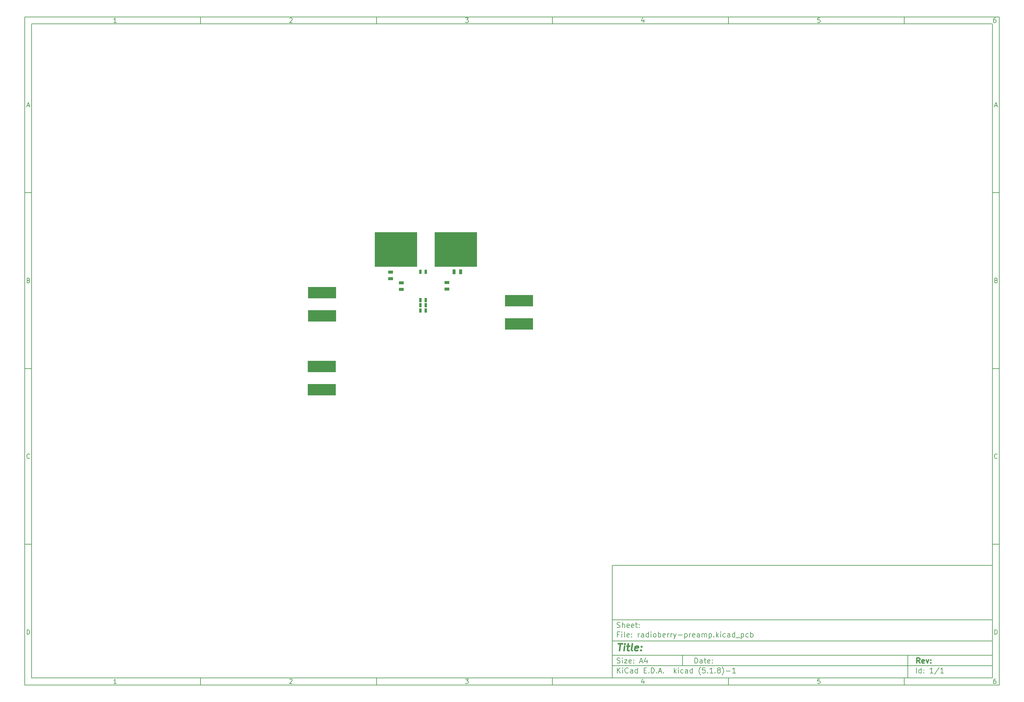
<source format=gbp>
%TF.GenerationSoftware,KiCad,Pcbnew,(5.1.8)-1*%
%TF.CreationDate,2020-12-20T16:15:32+01:00*%
%TF.ProjectId,radioberry-preamp,72616469-6f62-4657-9272-792d70726561,rev?*%
%TF.SameCoordinates,Original*%
%TF.FileFunction,Paste,Bot*%
%TF.FilePolarity,Positive*%
%FSLAX46Y46*%
G04 Gerber Fmt 4.6, Leading zero omitted, Abs format (unit mm)*
G04 Created by KiCad (PCBNEW (5.1.8)-1) date 2020-12-20 16:15:32*
%MOMM*%
%LPD*%
G01*
G04 APERTURE LIST*
%ADD10C,0.100000*%
%ADD11C,0.150000*%
%ADD12C,0.300000*%
%ADD13C,0.400000*%
%ADD14R,8.000000X3.300000*%
%ADD15R,1.397000X0.889000*%
%ADD16R,12.000000X9.900000*%
%ADD17R,0.889000X1.397000*%
%ADD18R,0.635000X1.143000*%
G04 APERTURE END LIST*
D10*
D11*
X177002200Y-166007200D02*
X177002200Y-198007200D01*
X285002200Y-198007200D01*
X285002200Y-166007200D01*
X177002200Y-166007200D01*
D10*
D11*
X10000000Y-10000000D02*
X10000000Y-200007200D01*
X287002200Y-200007200D01*
X287002200Y-10000000D01*
X10000000Y-10000000D01*
D10*
D11*
X12000000Y-12000000D02*
X12000000Y-198007200D01*
X285002200Y-198007200D01*
X285002200Y-12000000D01*
X12000000Y-12000000D01*
D10*
D11*
X60000000Y-12000000D02*
X60000000Y-10000000D01*
D10*
D11*
X110000000Y-12000000D02*
X110000000Y-10000000D01*
D10*
D11*
X160000000Y-12000000D02*
X160000000Y-10000000D01*
D10*
D11*
X210000000Y-12000000D02*
X210000000Y-10000000D01*
D10*
D11*
X260000000Y-12000000D02*
X260000000Y-10000000D01*
D10*
D11*
X36065476Y-11588095D02*
X35322619Y-11588095D01*
X35694047Y-11588095D02*
X35694047Y-10288095D01*
X35570238Y-10473809D01*
X35446428Y-10597619D01*
X35322619Y-10659523D01*
D10*
D11*
X85322619Y-10411904D02*
X85384523Y-10350000D01*
X85508333Y-10288095D01*
X85817857Y-10288095D01*
X85941666Y-10350000D01*
X86003571Y-10411904D01*
X86065476Y-10535714D01*
X86065476Y-10659523D01*
X86003571Y-10845238D01*
X85260714Y-11588095D01*
X86065476Y-11588095D01*
D10*
D11*
X135260714Y-10288095D02*
X136065476Y-10288095D01*
X135632142Y-10783333D01*
X135817857Y-10783333D01*
X135941666Y-10845238D01*
X136003571Y-10907142D01*
X136065476Y-11030952D01*
X136065476Y-11340476D01*
X136003571Y-11464285D01*
X135941666Y-11526190D01*
X135817857Y-11588095D01*
X135446428Y-11588095D01*
X135322619Y-11526190D01*
X135260714Y-11464285D01*
D10*
D11*
X185941666Y-10721428D02*
X185941666Y-11588095D01*
X185632142Y-10226190D02*
X185322619Y-11154761D01*
X186127380Y-11154761D01*
D10*
D11*
X236003571Y-10288095D02*
X235384523Y-10288095D01*
X235322619Y-10907142D01*
X235384523Y-10845238D01*
X235508333Y-10783333D01*
X235817857Y-10783333D01*
X235941666Y-10845238D01*
X236003571Y-10907142D01*
X236065476Y-11030952D01*
X236065476Y-11340476D01*
X236003571Y-11464285D01*
X235941666Y-11526190D01*
X235817857Y-11588095D01*
X235508333Y-11588095D01*
X235384523Y-11526190D01*
X235322619Y-11464285D01*
D10*
D11*
X285941666Y-10288095D02*
X285694047Y-10288095D01*
X285570238Y-10350000D01*
X285508333Y-10411904D01*
X285384523Y-10597619D01*
X285322619Y-10845238D01*
X285322619Y-11340476D01*
X285384523Y-11464285D01*
X285446428Y-11526190D01*
X285570238Y-11588095D01*
X285817857Y-11588095D01*
X285941666Y-11526190D01*
X286003571Y-11464285D01*
X286065476Y-11340476D01*
X286065476Y-11030952D01*
X286003571Y-10907142D01*
X285941666Y-10845238D01*
X285817857Y-10783333D01*
X285570238Y-10783333D01*
X285446428Y-10845238D01*
X285384523Y-10907142D01*
X285322619Y-11030952D01*
D10*
D11*
X60000000Y-198007200D02*
X60000000Y-200007200D01*
D10*
D11*
X110000000Y-198007200D02*
X110000000Y-200007200D01*
D10*
D11*
X160000000Y-198007200D02*
X160000000Y-200007200D01*
D10*
D11*
X210000000Y-198007200D02*
X210000000Y-200007200D01*
D10*
D11*
X260000000Y-198007200D02*
X260000000Y-200007200D01*
D10*
D11*
X36065476Y-199595295D02*
X35322619Y-199595295D01*
X35694047Y-199595295D02*
X35694047Y-198295295D01*
X35570238Y-198481009D01*
X35446428Y-198604819D01*
X35322619Y-198666723D01*
D10*
D11*
X85322619Y-198419104D02*
X85384523Y-198357200D01*
X85508333Y-198295295D01*
X85817857Y-198295295D01*
X85941666Y-198357200D01*
X86003571Y-198419104D01*
X86065476Y-198542914D01*
X86065476Y-198666723D01*
X86003571Y-198852438D01*
X85260714Y-199595295D01*
X86065476Y-199595295D01*
D10*
D11*
X135260714Y-198295295D02*
X136065476Y-198295295D01*
X135632142Y-198790533D01*
X135817857Y-198790533D01*
X135941666Y-198852438D01*
X136003571Y-198914342D01*
X136065476Y-199038152D01*
X136065476Y-199347676D01*
X136003571Y-199471485D01*
X135941666Y-199533390D01*
X135817857Y-199595295D01*
X135446428Y-199595295D01*
X135322619Y-199533390D01*
X135260714Y-199471485D01*
D10*
D11*
X185941666Y-198728628D02*
X185941666Y-199595295D01*
X185632142Y-198233390D02*
X185322619Y-199161961D01*
X186127380Y-199161961D01*
D10*
D11*
X236003571Y-198295295D02*
X235384523Y-198295295D01*
X235322619Y-198914342D01*
X235384523Y-198852438D01*
X235508333Y-198790533D01*
X235817857Y-198790533D01*
X235941666Y-198852438D01*
X236003571Y-198914342D01*
X236065476Y-199038152D01*
X236065476Y-199347676D01*
X236003571Y-199471485D01*
X235941666Y-199533390D01*
X235817857Y-199595295D01*
X235508333Y-199595295D01*
X235384523Y-199533390D01*
X235322619Y-199471485D01*
D10*
D11*
X285941666Y-198295295D02*
X285694047Y-198295295D01*
X285570238Y-198357200D01*
X285508333Y-198419104D01*
X285384523Y-198604819D01*
X285322619Y-198852438D01*
X285322619Y-199347676D01*
X285384523Y-199471485D01*
X285446428Y-199533390D01*
X285570238Y-199595295D01*
X285817857Y-199595295D01*
X285941666Y-199533390D01*
X286003571Y-199471485D01*
X286065476Y-199347676D01*
X286065476Y-199038152D01*
X286003571Y-198914342D01*
X285941666Y-198852438D01*
X285817857Y-198790533D01*
X285570238Y-198790533D01*
X285446428Y-198852438D01*
X285384523Y-198914342D01*
X285322619Y-199038152D01*
D10*
D11*
X10000000Y-60000000D02*
X12000000Y-60000000D01*
D10*
D11*
X10000000Y-110000000D02*
X12000000Y-110000000D01*
D10*
D11*
X10000000Y-160000000D02*
X12000000Y-160000000D01*
D10*
D11*
X10690476Y-35216666D02*
X11309523Y-35216666D01*
X10566666Y-35588095D02*
X11000000Y-34288095D01*
X11433333Y-35588095D01*
D10*
D11*
X11092857Y-84907142D02*
X11278571Y-84969047D01*
X11340476Y-85030952D01*
X11402380Y-85154761D01*
X11402380Y-85340476D01*
X11340476Y-85464285D01*
X11278571Y-85526190D01*
X11154761Y-85588095D01*
X10659523Y-85588095D01*
X10659523Y-84288095D01*
X11092857Y-84288095D01*
X11216666Y-84350000D01*
X11278571Y-84411904D01*
X11340476Y-84535714D01*
X11340476Y-84659523D01*
X11278571Y-84783333D01*
X11216666Y-84845238D01*
X11092857Y-84907142D01*
X10659523Y-84907142D01*
D10*
D11*
X11402380Y-135464285D02*
X11340476Y-135526190D01*
X11154761Y-135588095D01*
X11030952Y-135588095D01*
X10845238Y-135526190D01*
X10721428Y-135402380D01*
X10659523Y-135278571D01*
X10597619Y-135030952D01*
X10597619Y-134845238D01*
X10659523Y-134597619D01*
X10721428Y-134473809D01*
X10845238Y-134350000D01*
X11030952Y-134288095D01*
X11154761Y-134288095D01*
X11340476Y-134350000D01*
X11402380Y-134411904D01*
D10*
D11*
X10659523Y-185588095D02*
X10659523Y-184288095D01*
X10969047Y-184288095D01*
X11154761Y-184350000D01*
X11278571Y-184473809D01*
X11340476Y-184597619D01*
X11402380Y-184845238D01*
X11402380Y-185030952D01*
X11340476Y-185278571D01*
X11278571Y-185402380D01*
X11154761Y-185526190D01*
X10969047Y-185588095D01*
X10659523Y-185588095D01*
D10*
D11*
X287002200Y-60000000D02*
X285002200Y-60000000D01*
D10*
D11*
X287002200Y-110000000D02*
X285002200Y-110000000D01*
D10*
D11*
X287002200Y-160000000D02*
X285002200Y-160000000D01*
D10*
D11*
X285692676Y-35216666D02*
X286311723Y-35216666D01*
X285568866Y-35588095D02*
X286002200Y-34288095D01*
X286435533Y-35588095D01*
D10*
D11*
X286095057Y-84907142D02*
X286280771Y-84969047D01*
X286342676Y-85030952D01*
X286404580Y-85154761D01*
X286404580Y-85340476D01*
X286342676Y-85464285D01*
X286280771Y-85526190D01*
X286156961Y-85588095D01*
X285661723Y-85588095D01*
X285661723Y-84288095D01*
X286095057Y-84288095D01*
X286218866Y-84350000D01*
X286280771Y-84411904D01*
X286342676Y-84535714D01*
X286342676Y-84659523D01*
X286280771Y-84783333D01*
X286218866Y-84845238D01*
X286095057Y-84907142D01*
X285661723Y-84907142D01*
D10*
D11*
X286404580Y-135464285D02*
X286342676Y-135526190D01*
X286156961Y-135588095D01*
X286033152Y-135588095D01*
X285847438Y-135526190D01*
X285723628Y-135402380D01*
X285661723Y-135278571D01*
X285599819Y-135030952D01*
X285599819Y-134845238D01*
X285661723Y-134597619D01*
X285723628Y-134473809D01*
X285847438Y-134350000D01*
X286033152Y-134288095D01*
X286156961Y-134288095D01*
X286342676Y-134350000D01*
X286404580Y-134411904D01*
D10*
D11*
X285661723Y-185588095D02*
X285661723Y-184288095D01*
X285971247Y-184288095D01*
X286156961Y-184350000D01*
X286280771Y-184473809D01*
X286342676Y-184597619D01*
X286404580Y-184845238D01*
X286404580Y-185030952D01*
X286342676Y-185278571D01*
X286280771Y-185402380D01*
X286156961Y-185526190D01*
X285971247Y-185588095D01*
X285661723Y-185588095D01*
D10*
D11*
X200434342Y-193785771D02*
X200434342Y-192285771D01*
X200791485Y-192285771D01*
X201005771Y-192357200D01*
X201148628Y-192500057D01*
X201220057Y-192642914D01*
X201291485Y-192928628D01*
X201291485Y-193142914D01*
X201220057Y-193428628D01*
X201148628Y-193571485D01*
X201005771Y-193714342D01*
X200791485Y-193785771D01*
X200434342Y-193785771D01*
X202577200Y-193785771D02*
X202577200Y-193000057D01*
X202505771Y-192857200D01*
X202362914Y-192785771D01*
X202077200Y-192785771D01*
X201934342Y-192857200D01*
X202577200Y-193714342D02*
X202434342Y-193785771D01*
X202077200Y-193785771D01*
X201934342Y-193714342D01*
X201862914Y-193571485D01*
X201862914Y-193428628D01*
X201934342Y-193285771D01*
X202077200Y-193214342D01*
X202434342Y-193214342D01*
X202577200Y-193142914D01*
X203077200Y-192785771D02*
X203648628Y-192785771D01*
X203291485Y-192285771D02*
X203291485Y-193571485D01*
X203362914Y-193714342D01*
X203505771Y-193785771D01*
X203648628Y-193785771D01*
X204720057Y-193714342D02*
X204577200Y-193785771D01*
X204291485Y-193785771D01*
X204148628Y-193714342D01*
X204077200Y-193571485D01*
X204077200Y-193000057D01*
X204148628Y-192857200D01*
X204291485Y-192785771D01*
X204577200Y-192785771D01*
X204720057Y-192857200D01*
X204791485Y-193000057D01*
X204791485Y-193142914D01*
X204077200Y-193285771D01*
X205434342Y-193642914D02*
X205505771Y-193714342D01*
X205434342Y-193785771D01*
X205362914Y-193714342D01*
X205434342Y-193642914D01*
X205434342Y-193785771D01*
X205434342Y-192857200D02*
X205505771Y-192928628D01*
X205434342Y-193000057D01*
X205362914Y-192928628D01*
X205434342Y-192857200D01*
X205434342Y-193000057D01*
D10*
D11*
X177002200Y-194507200D02*
X285002200Y-194507200D01*
D10*
D11*
X178434342Y-196585771D02*
X178434342Y-195085771D01*
X179291485Y-196585771D02*
X178648628Y-195728628D01*
X179291485Y-195085771D02*
X178434342Y-195942914D01*
X179934342Y-196585771D02*
X179934342Y-195585771D01*
X179934342Y-195085771D02*
X179862914Y-195157200D01*
X179934342Y-195228628D01*
X180005771Y-195157200D01*
X179934342Y-195085771D01*
X179934342Y-195228628D01*
X181505771Y-196442914D02*
X181434342Y-196514342D01*
X181220057Y-196585771D01*
X181077200Y-196585771D01*
X180862914Y-196514342D01*
X180720057Y-196371485D01*
X180648628Y-196228628D01*
X180577200Y-195942914D01*
X180577200Y-195728628D01*
X180648628Y-195442914D01*
X180720057Y-195300057D01*
X180862914Y-195157200D01*
X181077200Y-195085771D01*
X181220057Y-195085771D01*
X181434342Y-195157200D01*
X181505771Y-195228628D01*
X182791485Y-196585771D02*
X182791485Y-195800057D01*
X182720057Y-195657200D01*
X182577200Y-195585771D01*
X182291485Y-195585771D01*
X182148628Y-195657200D01*
X182791485Y-196514342D02*
X182648628Y-196585771D01*
X182291485Y-196585771D01*
X182148628Y-196514342D01*
X182077200Y-196371485D01*
X182077200Y-196228628D01*
X182148628Y-196085771D01*
X182291485Y-196014342D01*
X182648628Y-196014342D01*
X182791485Y-195942914D01*
X184148628Y-196585771D02*
X184148628Y-195085771D01*
X184148628Y-196514342D02*
X184005771Y-196585771D01*
X183720057Y-196585771D01*
X183577200Y-196514342D01*
X183505771Y-196442914D01*
X183434342Y-196300057D01*
X183434342Y-195871485D01*
X183505771Y-195728628D01*
X183577200Y-195657200D01*
X183720057Y-195585771D01*
X184005771Y-195585771D01*
X184148628Y-195657200D01*
X186005771Y-195800057D02*
X186505771Y-195800057D01*
X186720057Y-196585771D02*
X186005771Y-196585771D01*
X186005771Y-195085771D01*
X186720057Y-195085771D01*
X187362914Y-196442914D02*
X187434342Y-196514342D01*
X187362914Y-196585771D01*
X187291485Y-196514342D01*
X187362914Y-196442914D01*
X187362914Y-196585771D01*
X188077200Y-196585771D02*
X188077200Y-195085771D01*
X188434342Y-195085771D01*
X188648628Y-195157200D01*
X188791485Y-195300057D01*
X188862914Y-195442914D01*
X188934342Y-195728628D01*
X188934342Y-195942914D01*
X188862914Y-196228628D01*
X188791485Y-196371485D01*
X188648628Y-196514342D01*
X188434342Y-196585771D01*
X188077200Y-196585771D01*
X189577200Y-196442914D02*
X189648628Y-196514342D01*
X189577200Y-196585771D01*
X189505771Y-196514342D01*
X189577200Y-196442914D01*
X189577200Y-196585771D01*
X190220057Y-196157200D02*
X190934342Y-196157200D01*
X190077200Y-196585771D02*
X190577200Y-195085771D01*
X191077200Y-196585771D01*
X191577200Y-196442914D02*
X191648628Y-196514342D01*
X191577200Y-196585771D01*
X191505771Y-196514342D01*
X191577200Y-196442914D01*
X191577200Y-196585771D01*
X194577200Y-196585771D02*
X194577200Y-195085771D01*
X194720057Y-196014342D02*
X195148628Y-196585771D01*
X195148628Y-195585771D02*
X194577200Y-196157200D01*
X195791485Y-196585771D02*
X195791485Y-195585771D01*
X195791485Y-195085771D02*
X195720057Y-195157200D01*
X195791485Y-195228628D01*
X195862914Y-195157200D01*
X195791485Y-195085771D01*
X195791485Y-195228628D01*
X197148628Y-196514342D02*
X197005771Y-196585771D01*
X196720057Y-196585771D01*
X196577200Y-196514342D01*
X196505771Y-196442914D01*
X196434342Y-196300057D01*
X196434342Y-195871485D01*
X196505771Y-195728628D01*
X196577200Y-195657200D01*
X196720057Y-195585771D01*
X197005771Y-195585771D01*
X197148628Y-195657200D01*
X198434342Y-196585771D02*
X198434342Y-195800057D01*
X198362914Y-195657200D01*
X198220057Y-195585771D01*
X197934342Y-195585771D01*
X197791485Y-195657200D01*
X198434342Y-196514342D02*
X198291485Y-196585771D01*
X197934342Y-196585771D01*
X197791485Y-196514342D01*
X197720057Y-196371485D01*
X197720057Y-196228628D01*
X197791485Y-196085771D01*
X197934342Y-196014342D01*
X198291485Y-196014342D01*
X198434342Y-195942914D01*
X199791485Y-196585771D02*
X199791485Y-195085771D01*
X199791485Y-196514342D02*
X199648628Y-196585771D01*
X199362914Y-196585771D01*
X199220057Y-196514342D01*
X199148628Y-196442914D01*
X199077200Y-196300057D01*
X199077200Y-195871485D01*
X199148628Y-195728628D01*
X199220057Y-195657200D01*
X199362914Y-195585771D01*
X199648628Y-195585771D01*
X199791485Y-195657200D01*
X202077200Y-197157200D02*
X202005771Y-197085771D01*
X201862914Y-196871485D01*
X201791485Y-196728628D01*
X201720057Y-196514342D01*
X201648628Y-196157200D01*
X201648628Y-195871485D01*
X201720057Y-195514342D01*
X201791485Y-195300057D01*
X201862914Y-195157200D01*
X202005771Y-194942914D01*
X202077200Y-194871485D01*
X203362914Y-195085771D02*
X202648628Y-195085771D01*
X202577200Y-195800057D01*
X202648628Y-195728628D01*
X202791485Y-195657200D01*
X203148628Y-195657200D01*
X203291485Y-195728628D01*
X203362914Y-195800057D01*
X203434342Y-195942914D01*
X203434342Y-196300057D01*
X203362914Y-196442914D01*
X203291485Y-196514342D01*
X203148628Y-196585771D01*
X202791485Y-196585771D01*
X202648628Y-196514342D01*
X202577200Y-196442914D01*
X204077200Y-196442914D02*
X204148628Y-196514342D01*
X204077200Y-196585771D01*
X204005771Y-196514342D01*
X204077200Y-196442914D01*
X204077200Y-196585771D01*
X205577200Y-196585771D02*
X204720057Y-196585771D01*
X205148628Y-196585771D02*
X205148628Y-195085771D01*
X205005771Y-195300057D01*
X204862914Y-195442914D01*
X204720057Y-195514342D01*
X206220057Y-196442914D02*
X206291485Y-196514342D01*
X206220057Y-196585771D01*
X206148628Y-196514342D01*
X206220057Y-196442914D01*
X206220057Y-196585771D01*
X207148628Y-195728628D02*
X207005771Y-195657200D01*
X206934342Y-195585771D01*
X206862914Y-195442914D01*
X206862914Y-195371485D01*
X206934342Y-195228628D01*
X207005771Y-195157200D01*
X207148628Y-195085771D01*
X207434342Y-195085771D01*
X207577200Y-195157200D01*
X207648628Y-195228628D01*
X207720057Y-195371485D01*
X207720057Y-195442914D01*
X207648628Y-195585771D01*
X207577200Y-195657200D01*
X207434342Y-195728628D01*
X207148628Y-195728628D01*
X207005771Y-195800057D01*
X206934342Y-195871485D01*
X206862914Y-196014342D01*
X206862914Y-196300057D01*
X206934342Y-196442914D01*
X207005771Y-196514342D01*
X207148628Y-196585771D01*
X207434342Y-196585771D01*
X207577200Y-196514342D01*
X207648628Y-196442914D01*
X207720057Y-196300057D01*
X207720057Y-196014342D01*
X207648628Y-195871485D01*
X207577200Y-195800057D01*
X207434342Y-195728628D01*
X208220057Y-197157200D02*
X208291485Y-197085771D01*
X208434342Y-196871485D01*
X208505771Y-196728628D01*
X208577200Y-196514342D01*
X208648628Y-196157200D01*
X208648628Y-195871485D01*
X208577200Y-195514342D01*
X208505771Y-195300057D01*
X208434342Y-195157200D01*
X208291485Y-194942914D01*
X208220057Y-194871485D01*
X209362914Y-196014342D02*
X210505771Y-196014342D01*
X212005771Y-196585771D02*
X211148628Y-196585771D01*
X211577200Y-196585771D02*
X211577200Y-195085771D01*
X211434342Y-195300057D01*
X211291485Y-195442914D01*
X211148628Y-195514342D01*
D10*
D11*
X177002200Y-191507200D02*
X285002200Y-191507200D01*
D10*
D12*
X264411485Y-193785771D02*
X263911485Y-193071485D01*
X263554342Y-193785771D02*
X263554342Y-192285771D01*
X264125771Y-192285771D01*
X264268628Y-192357200D01*
X264340057Y-192428628D01*
X264411485Y-192571485D01*
X264411485Y-192785771D01*
X264340057Y-192928628D01*
X264268628Y-193000057D01*
X264125771Y-193071485D01*
X263554342Y-193071485D01*
X265625771Y-193714342D02*
X265482914Y-193785771D01*
X265197200Y-193785771D01*
X265054342Y-193714342D01*
X264982914Y-193571485D01*
X264982914Y-193000057D01*
X265054342Y-192857200D01*
X265197200Y-192785771D01*
X265482914Y-192785771D01*
X265625771Y-192857200D01*
X265697200Y-193000057D01*
X265697200Y-193142914D01*
X264982914Y-193285771D01*
X266197200Y-192785771D02*
X266554342Y-193785771D01*
X266911485Y-192785771D01*
X267482914Y-193642914D02*
X267554342Y-193714342D01*
X267482914Y-193785771D01*
X267411485Y-193714342D01*
X267482914Y-193642914D01*
X267482914Y-193785771D01*
X267482914Y-192857200D02*
X267554342Y-192928628D01*
X267482914Y-193000057D01*
X267411485Y-192928628D01*
X267482914Y-192857200D01*
X267482914Y-193000057D01*
D10*
D11*
X178362914Y-193714342D02*
X178577200Y-193785771D01*
X178934342Y-193785771D01*
X179077200Y-193714342D01*
X179148628Y-193642914D01*
X179220057Y-193500057D01*
X179220057Y-193357200D01*
X179148628Y-193214342D01*
X179077200Y-193142914D01*
X178934342Y-193071485D01*
X178648628Y-193000057D01*
X178505771Y-192928628D01*
X178434342Y-192857200D01*
X178362914Y-192714342D01*
X178362914Y-192571485D01*
X178434342Y-192428628D01*
X178505771Y-192357200D01*
X178648628Y-192285771D01*
X179005771Y-192285771D01*
X179220057Y-192357200D01*
X179862914Y-193785771D02*
X179862914Y-192785771D01*
X179862914Y-192285771D02*
X179791485Y-192357200D01*
X179862914Y-192428628D01*
X179934342Y-192357200D01*
X179862914Y-192285771D01*
X179862914Y-192428628D01*
X180434342Y-192785771D02*
X181220057Y-192785771D01*
X180434342Y-193785771D01*
X181220057Y-193785771D01*
X182362914Y-193714342D02*
X182220057Y-193785771D01*
X181934342Y-193785771D01*
X181791485Y-193714342D01*
X181720057Y-193571485D01*
X181720057Y-193000057D01*
X181791485Y-192857200D01*
X181934342Y-192785771D01*
X182220057Y-192785771D01*
X182362914Y-192857200D01*
X182434342Y-193000057D01*
X182434342Y-193142914D01*
X181720057Y-193285771D01*
X183077200Y-193642914D02*
X183148628Y-193714342D01*
X183077200Y-193785771D01*
X183005771Y-193714342D01*
X183077200Y-193642914D01*
X183077200Y-193785771D01*
X183077200Y-192857200D02*
X183148628Y-192928628D01*
X183077200Y-193000057D01*
X183005771Y-192928628D01*
X183077200Y-192857200D01*
X183077200Y-193000057D01*
X184862914Y-193357200D02*
X185577200Y-193357200D01*
X184720057Y-193785771D02*
X185220057Y-192285771D01*
X185720057Y-193785771D01*
X186862914Y-192785771D02*
X186862914Y-193785771D01*
X186505771Y-192214342D02*
X186148628Y-193285771D01*
X187077200Y-193285771D01*
D10*
D11*
X263434342Y-196585771D02*
X263434342Y-195085771D01*
X264791485Y-196585771D02*
X264791485Y-195085771D01*
X264791485Y-196514342D02*
X264648628Y-196585771D01*
X264362914Y-196585771D01*
X264220057Y-196514342D01*
X264148628Y-196442914D01*
X264077200Y-196300057D01*
X264077200Y-195871485D01*
X264148628Y-195728628D01*
X264220057Y-195657200D01*
X264362914Y-195585771D01*
X264648628Y-195585771D01*
X264791485Y-195657200D01*
X265505771Y-196442914D02*
X265577200Y-196514342D01*
X265505771Y-196585771D01*
X265434342Y-196514342D01*
X265505771Y-196442914D01*
X265505771Y-196585771D01*
X265505771Y-195657200D02*
X265577200Y-195728628D01*
X265505771Y-195800057D01*
X265434342Y-195728628D01*
X265505771Y-195657200D01*
X265505771Y-195800057D01*
X268148628Y-196585771D02*
X267291485Y-196585771D01*
X267720057Y-196585771D02*
X267720057Y-195085771D01*
X267577200Y-195300057D01*
X267434342Y-195442914D01*
X267291485Y-195514342D01*
X269862914Y-195014342D02*
X268577200Y-196942914D01*
X271148628Y-196585771D02*
X270291485Y-196585771D01*
X270720057Y-196585771D02*
X270720057Y-195085771D01*
X270577200Y-195300057D01*
X270434342Y-195442914D01*
X270291485Y-195514342D01*
D10*
D11*
X177002200Y-187507200D02*
X285002200Y-187507200D01*
D10*
D13*
X178714580Y-188211961D02*
X179857438Y-188211961D01*
X179036009Y-190211961D02*
X179286009Y-188211961D01*
X180274104Y-190211961D02*
X180440771Y-188878628D01*
X180524104Y-188211961D02*
X180416961Y-188307200D01*
X180500295Y-188402438D01*
X180607438Y-188307200D01*
X180524104Y-188211961D01*
X180500295Y-188402438D01*
X181107438Y-188878628D02*
X181869342Y-188878628D01*
X181476485Y-188211961D02*
X181262200Y-189926247D01*
X181333628Y-190116723D01*
X181512200Y-190211961D01*
X181702676Y-190211961D01*
X182655057Y-190211961D02*
X182476485Y-190116723D01*
X182405057Y-189926247D01*
X182619342Y-188211961D01*
X184190771Y-190116723D02*
X183988390Y-190211961D01*
X183607438Y-190211961D01*
X183428866Y-190116723D01*
X183357438Y-189926247D01*
X183452676Y-189164342D01*
X183571723Y-188973866D01*
X183774104Y-188878628D01*
X184155057Y-188878628D01*
X184333628Y-188973866D01*
X184405057Y-189164342D01*
X184381247Y-189354819D01*
X183405057Y-189545295D01*
X185155057Y-190021485D02*
X185238390Y-190116723D01*
X185131247Y-190211961D01*
X185047914Y-190116723D01*
X185155057Y-190021485D01*
X185131247Y-190211961D01*
X185286009Y-188973866D02*
X185369342Y-189069104D01*
X185262200Y-189164342D01*
X185178866Y-189069104D01*
X185286009Y-188973866D01*
X185262200Y-189164342D01*
D10*
D11*
X178934342Y-185600057D02*
X178434342Y-185600057D01*
X178434342Y-186385771D02*
X178434342Y-184885771D01*
X179148628Y-184885771D01*
X179720057Y-186385771D02*
X179720057Y-185385771D01*
X179720057Y-184885771D02*
X179648628Y-184957200D01*
X179720057Y-185028628D01*
X179791485Y-184957200D01*
X179720057Y-184885771D01*
X179720057Y-185028628D01*
X180648628Y-186385771D02*
X180505771Y-186314342D01*
X180434342Y-186171485D01*
X180434342Y-184885771D01*
X181791485Y-186314342D02*
X181648628Y-186385771D01*
X181362914Y-186385771D01*
X181220057Y-186314342D01*
X181148628Y-186171485D01*
X181148628Y-185600057D01*
X181220057Y-185457200D01*
X181362914Y-185385771D01*
X181648628Y-185385771D01*
X181791485Y-185457200D01*
X181862914Y-185600057D01*
X181862914Y-185742914D01*
X181148628Y-185885771D01*
X182505771Y-186242914D02*
X182577200Y-186314342D01*
X182505771Y-186385771D01*
X182434342Y-186314342D01*
X182505771Y-186242914D01*
X182505771Y-186385771D01*
X182505771Y-185457200D02*
X182577200Y-185528628D01*
X182505771Y-185600057D01*
X182434342Y-185528628D01*
X182505771Y-185457200D01*
X182505771Y-185600057D01*
X184362914Y-186385771D02*
X184362914Y-185385771D01*
X184362914Y-185671485D02*
X184434342Y-185528628D01*
X184505771Y-185457200D01*
X184648628Y-185385771D01*
X184791485Y-185385771D01*
X185934342Y-186385771D02*
X185934342Y-185600057D01*
X185862914Y-185457200D01*
X185720057Y-185385771D01*
X185434342Y-185385771D01*
X185291485Y-185457200D01*
X185934342Y-186314342D02*
X185791485Y-186385771D01*
X185434342Y-186385771D01*
X185291485Y-186314342D01*
X185220057Y-186171485D01*
X185220057Y-186028628D01*
X185291485Y-185885771D01*
X185434342Y-185814342D01*
X185791485Y-185814342D01*
X185934342Y-185742914D01*
X187291485Y-186385771D02*
X187291485Y-184885771D01*
X187291485Y-186314342D02*
X187148628Y-186385771D01*
X186862914Y-186385771D01*
X186720057Y-186314342D01*
X186648628Y-186242914D01*
X186577200Y-186100057D01*
X186577200Y-185671485D01*
X186648628Y-185528628D01*
X186720057Y-185457200D01*
X186862914Y-185385771D01*
X187148628Y-185385771D01*
X187291485Y-185457200D01*
X188005771Y-186385771D02*
X188005771Y-185385771D01*
X188005771Y-184885771D02*
X187934342Y-184957200D01*
X188005771Y-185028628D01*
X188077200Y-184957200D01*
X188005771Y-184885771D01*
X188005771Y-185028628D01*
X188934342Y-186385771D02*
X188791485Y-186314342D01*
X188720057Y-186242914D01*
X188648628Y-186100057D01*
X188648628Y-185671485D01*
X188720057Y-185528628D01*
X188791485Y-185457200D01*
X188934342Y-185385771D01*
X189148628Y-185385771D01*
X189291485Y-185457200D01*
X189362914Y-185528628D01*
X189434342Y-185671485D01*
X189434342Y-186100057D01*
X189362914Y-186242914D01*
X189291485Y-186314342D01*
X189148628Y-186385771D01*
X188934342Y-186385771D01*
X190077200Y-186385771D02*
X190077200Y-184885771D01*
X190077200Y-185457200D02*
X190220057Y-185385771D01*
X190505771Y-185385771D01*
X190648628Y-185457200D01*
X190720057Y-185528628D01*
X190791485Y-185671485D01*
X190791485Y-186100057D01*
X190720057Y-186242914D01*
X190648628Y-186314342D01*
X190505771Y-186385771D01*
X190220057Y-186385771D01*
X190077200Y-186314342D01*
X192005771Y-186314342D02*
X191862914Y-186385771D01*
X191577200Y-186385771D01*
X191434342Y-186314342D01*
X191362914Y-186171485D01*
X191362914Y-185600057D01*
X191434342Y-185457200D01*
X191577200Y-185385771D01*
X191862914Y-185385771D01*
X192005771Y-185457200D01*
X192077200Y-185600057D01*
X192077200Y-185742914D01*
X191362914Y-185885771D01*
X192720057Y-186385771D02*
X192720057Y-185385771D01*
X192720057Y-185671485D02*
X192791485Y-185528628D01*
X192862914Y-185457200D01*
X193005771Y-185385771D01*
X193148628Y-185385771D01*
X193648628Y-186385771D02*
X193648628Y-185385771D01*
X193648628Y-185671485D02*
X193720057Y-185528628D01*
X193791485Y-185457200D01*
X193934342Y-185385771D01*
X194077200Y-185385771D01*
X194434342Y-185385771D02*
X194791485Y-186385771D01*
X195148628Y-185385771D02*
X194791485Y-186385771D01*
X194648628Y-186742914D01*
X194577200Y-186814342D01*
X194434342Y-186885771D01*
X195720057Y-185814342D02*
X196862914Y-185814342D01*
X197577200Y-185385771D02*
X197577200Y-186885771D01*
X197577200Y-185457200D02*
X197720057Y-185385771D01*
X198005771Y-185385771D01*
X198148628Y-185457200D01*
X198220057Y-185528628D01*
X198291485Y-185671485D01*
X198291485Y-186100057D01*
X198220057Y-186242914D01*
X198148628Y-186314342D01*
X198005771Y-186385771D01*
X197720057Y-186385771D01*
X197577200Y-186314342D01*
X198934342Y-186385771D02*
X198934342Y-185385771D01*
X198934342Y-185671485D02*
X199005771Y-185528628D01*
X199077200Y-185457200D01*
X199220057Y-185385771D01*
X199362914Y-185385771D01*
X200434342Y-186314342D02*
X200291485Y-186385771D01*
X200005771Y-186385771D01*
X199862914Y-186314342D01*
X199791485Y-186171485D01*
X199791485Y-185600057D01*
X199862914Y-185457200D01*
X200005771Y-185385771D01*
X200291485Y-185385771D01*
X200434342Y-185457200D01*
X200505771Y-185600057D01*
X200505771Y-185742914D01*
X199791485Y-185885771D01*
X201791485Y-186385771D02*
X201791485Y-185600057D01*
X201720057Y-185457200D01*
X201577200Y-185385771D01*
X201291485Y-185385771D01*
X201148628Y-185457200D01*
X201791485Y-186314342D02*
X201648628Y-186385771D01*
X201291485Y-186385771D01*
X201148628Y-186314342D01*
X201077200Y-186171485D01*
X201077200Y-186028628D01*
X201148628Y-185885771D01*
X201291485Y-185814342D01*
X201648628Y-185814342D01*
X201791485Y-185742914D01*
X202505771Y-186385771D02*
X202505771Y-185385771D01*
X202505771Y-185528628D02*
X202577200Y-185457200D01*
X202720057Y-185385771D01*
X202934342Y-185385771D01*
X203077200Y-185457200D01*
X203148628Y-185600057D01*
X203148628Y-186385771D01*
X203148628Y-185600057D02*
X203220057Y-185457200D01*
X203362914Y-185385771D01*
X203577200Y-185385771D01*
X203720057Y-185457200D01*
X203791485Y-185600057D01*
X203791485Y-186385771D01*
X204505771Y-185385771D02*
X204505771Y-186885771D01*
X204505771Y-185457200D02*
X204648628Y-185385771D01*
X204934342Y-185385771D01*
X205077200Y-185457200D01*
X205148628Y-185528628D01*
X205220057Y-185671485D01*
X205220057Y-186100057D01*
X205148628Y-186242914D01*
X205077200Y-186314342D01*
X204934342Y-186385771D01*
X204648628Y-186385771D01*
X204505771Y-186314342D01*
X205862914Y-186242914D02*
X205934342Y-186314342D01*
X205862914Y-186385771D01*
X205791485Y-186314342D01*
X205862914Y-186242914D01*
X205862914Y-186385771D01*
X206577200Y-186385771D02*
X206577200Y-184885771D01*
X206720057Y-185814342D02*
X207148628Y-186385771D01*
X207148628Y-185385771D02*
X206577200Y-185957200D01*
X207791485Y-186385771D02*
X207791485Y-185385771D01*
X207791485Y-184885771D02*
X207720057Y-184957200D01*
X207791485Y-185028628D01*
X207862914Y-184957200D01*
X207791485Y-184885771D01*
X207791485Y-185028628D01*
X209148628Y-186314342D02*
X209005771Y-186385771D01*
X208720057Y-186385771D01*
X208577200Y-186314342D01*
X208505771Y-186242914D01*
X208434342Y-186100057D01*
X208434342Y-185671485D01*
X208505771Y-185528628D01*
X208577200Y-185457200D01*
X208720057Y-185385771D01*
X209005771Y-185385771D01*
X209148628Y-185457200D01*
X210434342Y-186385771D02*
X210434342Y-185600057D01*
X210362914Y-185457200D01*
X210220057Y-185385771D01*
X209934342Y-185385771D01*
X209791485Y-185457200D01*
X210434342Y-186314342D02*
X210291485Y-186385771D01*
X209934342Y-186385771D01*
X209791485Y-186314342D01*
X209720057Y-186171485D01*
X209720057Y-186028628D01*
X209791485Y-185885771D01*
X209934342Y-185814342D01*
X210291485Y-185814342D01*
X210434342Y-185742914D01*
X211791485Y-186385771D02*
X211791485Y-184885771D01*
X211791485Y-186314342D02*
X211648628Y-186385771D01*
X211362914Y-186385771D01*
X211220057Y-186314342D01*
X211148628Y-186242914D01*
X211077200Y-186100057D01*
X211077200Y-185671485D01*
X211148628Y-185528628D01*
X211220057Y-185457200D01*
X211362914Y-185385771D01*
X211648628Y-185385771D01*
X211791485Y-185457200D01*
X212148628Y-186528628D02*
X213291485Y-186528628D01*
X213648628Y-185385771D02*
X213648628Y-186885771D01*
X213648628Y-185457200D02*
X213791485Y-185385771D01*
X214077200Y-185385771D01*
X214220057Y-185457200D01*
X214291485Y-185528628D01*
X214362914Y-185671485D01*
X214362914Y-186100057D01*
X214291485Y-186242914D01*
X214220057Y-186314342D01*
X214077200Y-186385771D01*
X213791485Y-186385771D01*
X213648628Y-186314342D01*
X215648628Y-186314342D02*
X215505771Y-186385771D01*
X215220057Y-186385771D01*
X215077200Y-186314342D01*
X215005771Y-186242914D01*
X214934342Y-186100057D01*
X214934342Y-185671485D01*
X215005771Y-185528628D01*
X215077200Y-185457200D01*
X215220057Y-185385771D01*
X215505771Y-185385771D01*
X215648628Y-185457200D01*
X216291485Y-186385771D02*
X216291485Y-184885771D01*
X216291485Y-185457200D02*
X216434342Y-185385771D01*
X216720057Y-185385771D01*
X216862914Y-185457200D01*
X216934342Y-185528628D01*
X217005771Y-185671485D01*
X217005771Y-186100057D01*
X216934342Y-186242914D01*
X216862914Y-186314342D01*
X216720057Y-186385771D01*
X216434342Y-186385771D01*
X216291485Y-186314342D01*
D10*
D11*
X177002200Y-181507200D02*
X285002200Y-181507200D01*
D10*
D11*
X178362914Y-183614342D02*
X178577200Y-183685771D01*
X178934342Y-183685771D01*
X179077200Y-183614342D01*
X179148628Y-183542914D01*
X179220057Y-183400057D01*
X179220057Y-183257200D01*
X179148628Y-183114342D01*
X179077200Y-183042914D01*
X178934342Y-182971485D01*
X178648628Y-182900057D01*
X178505771Y-182828628D01*
X178434342Y-182757200D01*
X178362914Y-182614342D01*
X178362914Y-182471485D01*
X178434342Y-182328628D01*
X178505771Y-182257200D01*
X178648628Y-182185771D01*
X179005771Y-182185771D01*
X179220057Y-182257200D01*
X179862914Y-183685771D02*
X179862914Y-182185771D01*
X180505771Y-183685771D02*
X180505771Y-182900057D01*
X180434342Y-182757200D01*
X180291485Y-182685771D01*
X180077200Y-182685771D01*
X179934342Y-182757200D01*
X179862914Y-182828628D01*
X181791485Y-183614342D02*
X181648628Y-183685771D01*
X181362914Y-183685771D01*
X181220057Y-183614342D01*
X181148628Y-183471485D01*
X181148628Y-182900057D01*
X181220057Y-182757200D01*
X181362914Y-182685771D01*
X181648628Y-182685771D01*
X181791485Y-182757200D01*
X181862914Y-182900057D01*
X181862914Y-183042914D01*
X181148628Y-183185771D01*
X183077200Y-183614342D02*
X182934342Y-183685771D01*
X182648628Y-183685771D01*
X182505771Y-183614342D01*
X182434342Y-183471485D01*
X182434342Y-182900057D01*
X182505771Y-182757200D01*
X182648628Y-182685771D01*
X182934342Y-182685771D01*
X183077200Y-182757200D01*
X183148628Y-182900057D01*
X183148628Y-183042914D01*
X182434342Y-183185771D01*
X183577200Y-182685771D02*
X184148628Y-182685771D01*
X183791485Y-182185771D02*
X183791485Y-183471485D01*
X183862914Y-183614342D01*
X184005771Y-183685771D01*
X184148628Y-183685771D01*
X184648628Y-183542914D02*
X184720057Y-183614342D01*
X184648628Y-183685771D01*
X184577200Y-183614342D01*
X184648628Y-183542914D01*
X184648628Y-183685771D01*
X184648628Y-182757200D02*
X184720057Y-182828628D01*
X184648628Y-182900057D01*
X184577200Y-182828628D01*
X184648628Y-182757200D01*
X184648628Y-182900057D01*
D10*
D11*
X197002200Y-191507200D02*
X197002200Y-194507200D01*
D10*
D11*
X261002200Y-191507200D02*
X261002200Y-198007200D01*
D14*
%TO.C,RF303*%
X94500000Y-95000000D03*
X94500000Y-88400000D03*
%TD*%
%TO.C,RF302*%
X150500000Y-90700000D03*
X150500000Y-97300000D03*
%TD*%
%TO.C,RF301*%
X94400000Y-116000000D03*
X94400000Y-109400000D03*
%TD*%
D15*
%TO.C,R308*%
X130000000Y-87405000D03*
X130000000Y-85500000D03*
%TD*%
%TO.C,R305*%
X117000000Y-85595000D03*
X117000000Y-87500000D03*
%TD*%
D16*
%TO.C,Q302*%
X132500000Y-76150000D03*
%TD*%
%TO.C,Q301*%
X115500000Y-76150000D03*
%TD*%
D17*
%TO.C,C306*%
X132000000Y-82500000D03*
X133905000Y-82500000D03*
%TD*%
D15*
%TO.C,C305*%
X114000000Y-84452500D03*
X114000000Y-82547500D03*
%TD*%
D18*
%TO.C,C317*%
X124024000Y-82500000D03*
X122500000Y-82500000D03*
%TD*%
%TO.C,C316*%
X124000000Y-92000000D03*
X122476000Y-92000000D03*
%TD*%
%TO.C,C315*%
X124024000Y-90500000D03*
X122500000Y-90500000D03*
%TD*%
%TO.C,C314*%
X124000000Y-93500000D03*
X122476000Y-93500000D03*
%TD*%
M02*

</source>
